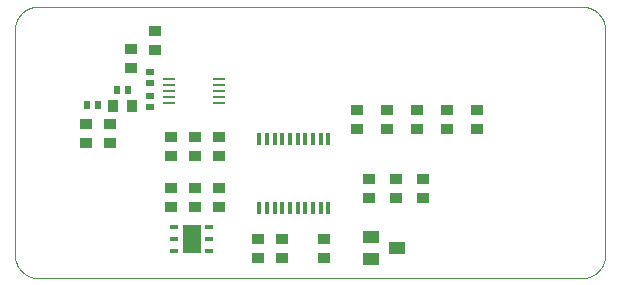
<source format=gtp>
G75*
%MOIN*%
%OFA0B0*%
%FSLAX25Y25*%
%IPPOS*%
%LPD*%
%AMOC8*
5,1,8,0,0,1.08239X$1,22.5*
%
%ADD10C,0.00000*%
%ADD11R,0.03937X0.00984*%
%ADD12R,0.03937X0.03740*%
%ADD13R,0.03740X0.03937*%
%ADD14R,0.03150X0.01772*%
%ADD15R,0.05906X0.09449*%
%ADD16R,0.02323X0.02835*%
%ADD17R,0.02835X0.02323*%
%ADD18R,0.01200X0.03900*%
%ADD19R,0.05512X0.03937*%
D10*
X0010374Y0025790D02*
X0191476Y0025790D01*
X0191666Y0025792D01*
X0191856Y0025799D01*
X0192046Y0025811D01*
X0192236Y0025827D01*
X0192425Y0025847D01*
X0192614Y0025873D01*
X0192802Y0025902D01*
X0192989Y0025937D01*
X0193175Y0025976D01*
X0193360Y0026019D01*
X0193545Y0026067D01*
X0193728Y0026119D01*
X0193909Y0026175D01*
X0194089Y0026236D01*
X0194268Y0026302D01*
X0194445Y0026371D01*
X0194621Y0026445D01*
X0194794Y0026523D01*
X0194966Y0026606D01*
X0195135Y0026692D01*
X0195303Y0026782D01*
X0195468Y0026877D01*
X0195631Y0026975D01*
X0195791Y0027078D01*
X0195949Y0027184D01*
X0196104Y0027294D01*
X0196257Y0027407D01*
X0196407Y0027525D01*
X0196553Y0027646D01*
X0196697Y0027770D01*
X0196838Y0027898D01*
X0196976Y0028029D01*
X0197111Y0028164D01*
X0197242Y0028302D01*
X0197370Y0028443D01*
X0197494Y0028587D01*
X0197615Y0028733D01*
X0197733Y0028883D01*
X0197846Y0029036D01*
X0197956Y0029191D01*
X0198062Y0029349D01*
X0198165Y0029509D01*
X0198263Y0029672D01*
X0198358Y0029837D01*
X0198448Y0030005D01*
X0198534Y0030174D01*
X0198617Y0030346D01*
X0198695Y0030519D01*
X0198769Y0030695D01*
X0198838Y0030872D01*
X0198904Y0031051D01*
X0198965Y0031231D01*
X0199021Y0031412D01*
X0199073Y0031595D01*
X0199121Y0031780D01*
X0199164Y0031965D01*
X0199203Y0032151D01*
X0199238Y0032338D01*
X0199267Y0032526D01*
X0199293Y0032715D01*
X0199313Y0032904D01*
X0199329Y0033094D01*
X0199341Y0033284D01*
X0199348Y0033474D01*
X0199350Y0033664D01*
X0199350Y0108467D01*
X0199348Y0108657D01*
X0199341Y0108847D01*
X0199329Y0109037D01*
X0199313Y0109227D01*
X0199293Y0109416D01*
X0199267Y0109605D01*
X0199238Y0109793D01*
X0199203Y0109980D01*
X0199164Y0110166D01*
X0199121Y0110351D01*
X0199073Y0110536D01*
X0199021Y0110719D01*
X0198965Y0110900D01*
X0198904Y0111080D01*
X0198838Y0111259D01*
X0198769Y0111436D01*
X0198695Y0111612D01*
X0198617Y0111785D01*
X0198534Y0111957D01*
X0198448Y0112126D01*
X0198358Y0112294D01*
X0198263Y0112459D01*
X0198165Y0112622D01*
X0198062Y0112782D01*
X0197956Y0112940D01*
X0197846Y0113095D01*
X0197733Y0113248D01*
X0197615Y0113398D01*
X0197494Y0113544D01*
X0197370Y0113688D01*
X0197242Y0113829D01*
X0197111Y0113967D01*
X0196976Y0114102D01*
X0196838Y0114233D01*
X0196697Y0114361D01*
X0196553Y0114485D01*
X0196407Y0114606D01*
X0196257Y0114724D01*
X0196104Y0114837D01*
X0195949Y0114947D01*
X0195791Y0115053D01*
X0195631Y0115156D01*
X0195468Y0115254D01*
X0195303Y0115349D01*
X0195135Y0115439D01*
X0194966Y0115525D01*
X0194794Y0115608D01*
X0194621Y0115686D01*
X0194445Y0115760D01*
X0194268Y0115829D01*
X0194089Y0115895D01*
X0193909Y0115956D01*
X0193728Y0116012D01*
X0193545Y0116064D01*
X0193360Y0116112D01*
X0193175Y0116155D01*
X0192989Y0116194D01*
X0192802Y0116229D01*
X0192614Y0116258D01*
X0192425Y0116284D01*
X0192236Y0116304D01*
X0192046Y0116320D01*
X0191856Y0116332D01*
X0191666Y0116339D01*
X0191476Y0116341D01*
X0010374Y0116341D01*
X0010184Y0116339D01*
X0009994Y0116332D01*
X0009804Y0116320D01*
X0009614Y0116304D01*
X0009425Y0116284D01*
X0009236Y0116258D01*
X0009048Y0116229D01*
X0008861Y0116194D01*
X0008675Y0116155D01*
X0008490Y0116112D01*
X0008305Y0116064D01*
X0008122Y0116012D01*
X0007941Y0115956D01*
X0007761Y0115895D01*
X0007582Y0115829D01*
X0007405Y0115760D01*
X0007229Y0115686D01*
X0007056Y0115608D01*
X0006884Y0115525D01*
X0006715Y0115439D01*
X0006547Y0115349D01*
X0006382Y0115254D01*
X0006219Y0115156D01*
X0006059Y0115053D01*
X0005901Y0114947D01*
X0005746Y0114837D01*
X0005593Y0114724D01*
X0005443Y0114606D01*
X0005297Y0114485D01*
X0005153Y0114361D01*
X0005012Y0114233D01*
X0004874Y0114102D01*
X0004739Y0113967D01*
X0004608Y0113829D01*
X0004480Y0113688D01*
X0004356Y0113544D01*
X0004235Y0113398D01*
X0004117Y0113248D01*
X0004004Y0113095D01*
X0003894Y0112940D01*
X0003788Y0112782D01*
X0003685Y0112622D01*
X0003587Y0112459D01*
X0003492Y0112294D01*
X0003402Y0112126D01*
X0003316Y0111957D01*
X0003233Y0111785D01*
X0003155Y0111612D01*
X0003081Y0111436D01*
X0003012Y0111259D01*
X0002946Y0111080D01*
X0002885Y0110900D01*
X0002829Y0110719D01*
X0002777Y0110536D01*
X0002729Y0110351D01*
X0002686Y0110166D01*
X0002647Y0109980D01*
X0002612Y0109793D01*
X0002583Y0109605D01*
X0002557Y0109416D01*
X0002537Y0109227D01*
X0002521Y0109037D01*
X0002509Y0108847D01*
X0002502Y0108657D01*
X0002500Y0108467D01*
X0002500Y0033664D01*
X0002502Y0033474D01*
X0002509Y0033284D01*
X0002521Y0033094D01*
X0002537Y0032904D01*
X0002557Y0032715D01*
X0002583Y0032526D01*
X0002612Y0032338D01*
X0002647Y0032151D01*
X0002686Y0031965D01*
X0002729Y0031780D01*
X0002777Y0031595D01*
X0002829Y0031412D01*
X0002885Y0031231D01*
X0002946Y0031051D01*
X0003012Y0030872D01*
X0003081Y0030695D01*
X0003155Y0030519D01*
X0003233Y0030346D01*
X0003316Y0030174D01*
X0003402Y0030005D01*
X0003492Y0029837D01*
X0003587Y0029672D01*
X0003685Y0029509D01*
X0003788Y0029349D01*
X0003894Y0029191D01*
X0004004Y0029036D01*
X0004117Y0028883D01*
X0004235Y0028733D01*
X0004356Y0028587D01*
X0004480Y0028443D01*
X0004608Y0028302D01*
X0004739Y0028164D01*
X0004874Y0028029D01*
X0005012Y0027898D01*
X0005153Y0027770D01*
X0005297Y0027646D01*
X0005443Y0027525D01*
X0005593Y0027407D01*
X0005746Y0027294D01*
X0005901Y0027184D01*
X0006059Y0027078D01*
X0006219Y0026975D01*
X0006382Y0026877D01*
X0006547Y0026782D01*
X0006715Y0026692D01*
X0006884Y0026606D01*
X0007056Y0026523D01*
X0007229Y0026445D01*
X0007405Y0026371D01*
X0007582Y0026302D01*
X0007761Y0026236D01*
X0007941Y0026175D01*
X0008122Y0026119D01*
X0008305Y0026067D01*
X0008490Y0026019D01*
X0008675Y0025976D01*
X0008861Y0025937D01*
X0009048Y0025902D01*
X0009236Y0025873D01*
X0009425Y0025847D01*
X0009614Y0025827D01*
X0009804Y0025811D01*
X0009994Y0025799D01*
X0010184Y0025792D01*
X0010374Y0025790D01*
D11*
X0054070Y0084152D03*
X0054070Y0086121D03*
X0054070Y0088089D03*
X0054070Y0090058D03*
X0054070Y0092026D03*
X0070709Y0092026D03*
X0070709Y0090058D03*
X0070709Y0088089D03*
X0070709Y0086121D03*
X0070709Y0084152D03*
D12*
X0070500Y0072940D03*
X0062500Y0072940D03*
X0054500Y0072940D03*
X0054500Y0066640D03*
X0062500Y0066640D03*
X0070500Y0066640D03*
X0070500Y0055940D03*
X0062500Y0055940D03*
X0054500Y0055940D03*
X0054500Y0049640D03*
X0062500Y0049640D03*
X0070500Y0049640D03*
X0083500Y0038940D03*
X0091500Y0038940D03*
X0091500Y0032640D03*
X0083500Y0032640D03*
X0105500Y0032640D03*
X0105500Y0038940D03*
X0120500Y0052640D03*
X0129500Y0052640D03*
X0138500Y0052640D03*
X0138500Y0058940D03*
X0129500Y0058940D03*
X0120500Y0058940D03*
X0116500Y0075640D03*
X0116500Y0081940D03*
X0126500Y0081940D03*
X0136500Y0081940D03*
X0136500Y0075640D03*
X0126500Y0075640D03*
X0146500Y0075640D03*
X0146500Y0081940D03*
X0156500Y0081940D03*
X0156500Y0075640D03*
X0049406Y0101940D03*
X0041390Y0102239D03*
X0041390Y0095940D03*
X0049406Y0108239D03*
X0034390Y0077139D03*
X0026390Y0077239D03*
X0026390Y0070940D03*
X0034390Y0070840D03*
D13*
X0035240Y0083089D03*
X0041539Y0083089D03*
D14*
X0055594Y0042727D03*
X0055594Y0038790D03*
X0055594Y0034853D03*
X0067406Y0034853D03*
X0067406Y0038790D03*
X0067406Y0042727D03*
D15*
X0061500Y0038790D03*
D16*
X0030280Y0083589D03*
X0026500Y0083589D03*
X0036500Y0088589D03*
X0040280Y0088589D03*
D17*
X0047500Y0086680D03*
X0047500Y0082900D03*
X0047500Y0090900D03*
X0047500Y0094680D03*
D18*
X0083984Y0072277D03*
X0086543Y0072277D03*
X0089102Y0072277D03*
X0091661Y0072277D03*
X0094220Y0072277D03*
X0096780Y0072277D03*
X0099339Y0072277D03*
X0101898Y0072277D03*
X0104457Y0072277D03*
X0107016Y0072277D03*
X0107016Y0049303D03*
X0104457Y0049303D03*
X0101898Y0049303D03*
X0099339Y0049303D03*
X0096780Y0049303D03*
X0094220Y0049303D03*
X0091661Y0049303D03*
X0089102Y0049303D03*
X0086543Y0049303D03*
X0083984Y0049303D03*
D19*
X0121169Y0039530D03*
X0129831Y0035790D03*
X0121169Y0032050D03*
M02*

</source>
